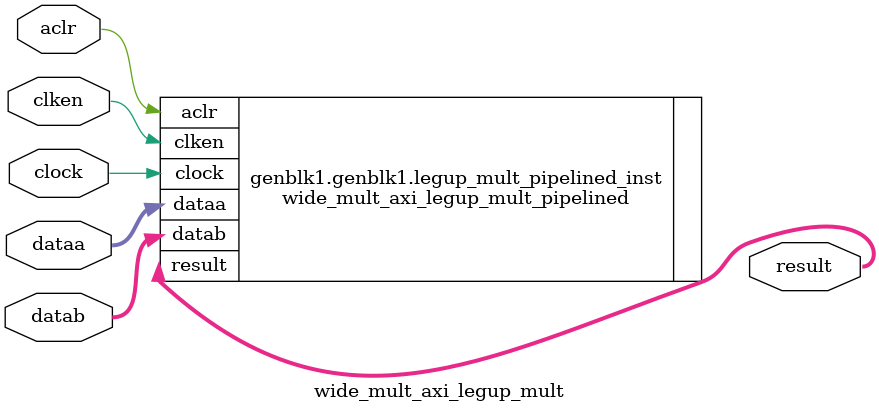
<source format=v>
`timescale 1ns / 1ns
module wide_mult_axi_legup_mult # (
  parameter widtha = 32,
  parameter widthb = 32,
  parameter widthp = 64,
  parameter pipeline = 3,
  parameter representation = "UNSIGNED",
  parameter pipeline_stallable = 0 
) (
  input clock,
  input aclr,
  input clken,
  input [widtha-1:0] dataa,
  input [widthb-1:0] datab,
  output [widthp-1:0] result
);

generate 
if (pipeline == 0) begin
  // If the number of pipeline stages is 0, 
  // instantiate the combinational multiplier
  wide_mult_axi_legup_mult_core legup_mult_core_inst(
      .dataa(dataa),
      .datab(datab),
      .result(result) 
  );
  defparam legup_mult_core_inst.widtha = widtha;
  defparam legup_mult_core_inst.widthb = widthb;
  defparam legup_mult_core_inst.widthp = widthp;
  defparam legup_mult_core_inst.representation = representation;

end else if (pipeline_stallable == 0) begin
  // If the datapath that uses the multiplier is not a pipeline or 
  // is a pipeline but is not stallable, or if the number of pipeline stages
  // is 1 or less,
  // simply instantiate the normal multiplier
  wide_mult_axi_legup_mult_pipelined legup_mult_pipelined_inst(
      .clock(clock),
      .aclr(aclr),
      .clken(clken),
      .dataa(dataa),
      .datab(datab),
      .result(result) 
  );
  defparam legup_mult_pipelined_inst.widtha = widtha;
  defparam legup_mult_pipelined_inst.widthb = widthb;
  defparam legup_mult_pipelined_inst.widthp = widthp;
  defparam legup_mult_pipelined_inst.pipeline = pipeline;
  defparam legup_mult_pipelined_inst.representation = representation;

end 
endgenerate

endmodule


</source>
